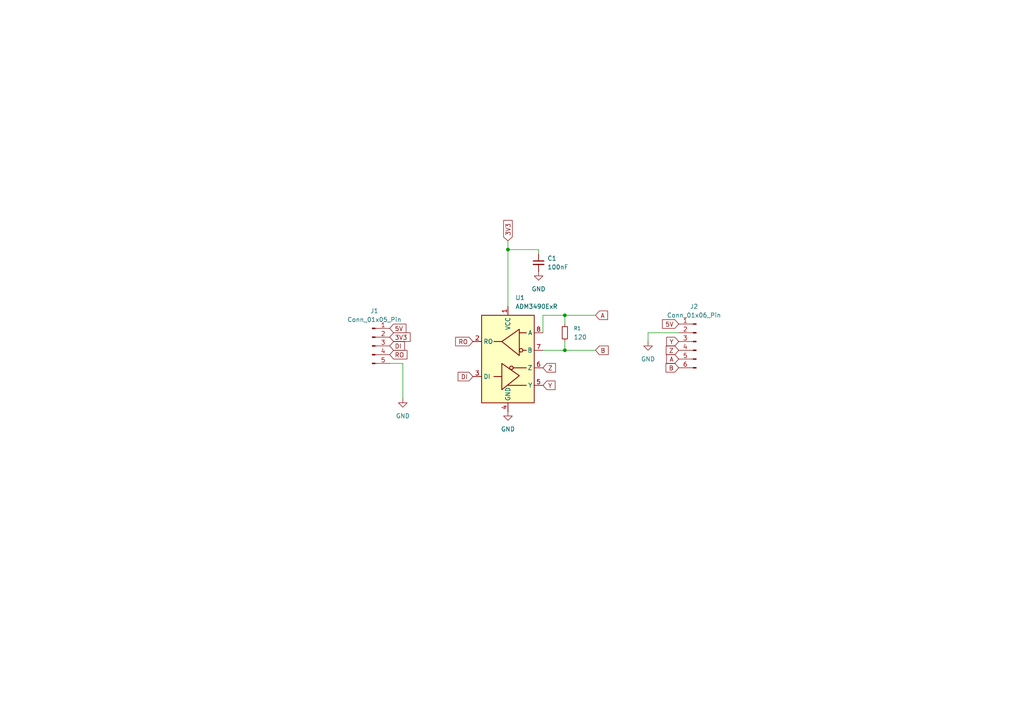
<source format=kicad_sch>
(kicad_sch
	(version 20250114)
	(generator "eeschema")
	(generator_version "9.0")
	(uuid "9a069c72-07e2-4a46-b768-1a075e2ff1d8")
	(paper "A4")
	(lib_symbols
		(symbol "Connector:Conn_01x05_Pin"
			(pin_names
				(offset 1.016)
				(hide yes)
			)
			(exclude_from_sim no)
			(in_bom yes)
			(on_board yes)
			(property "Reference" "J"
				(at 0 7.62 0)
				(effects
					(font
						(size 1.27 1.27)
					)
				)
			)
			(property "Value" "Conn_01x05_Pin"
				(at 0 -7.62 0)
				(effects
					(font
						(size 1.27 1.27)
					)
				)
			)
			(property "Footprint" ""
				(at 0 0 0)
				(effects
					(font
						(size 1.27 1.27)
					)
					(hide yes)
				)
			)
			(property "Datasheet" "~"
				(at 0 0 0)
				(effects
					(font
						(size 1.27 1.27)
					)
					(hide yes)
				)
			)
			(property "Description" "Generic connector, single row, 01x05, script generated"
				(at 0 0 0)
				(effects
					(font
						(size 1.27 1.27)
					)
					(hide yes)
				)
			)
			(property "ki_locked" ""
				(at 0 0 0)
				(effects
					(font
						(size 1.27 1.27)
					)
				)
			)
			(property "ki_keywords" "connector"
				(at 0 0 0)
				(effects
					(font
						(size 1.27 1.27)
					)
					(hide yes)
				)
			)
			(property "ki_fp_filters" "Connector*:*_1x??_*"
				(at 0 0 0)
				(effects
					(font
						(size 1.27 1.27)
					)
					(hide yes)
				)
			)
			(symbol "Conn_01x05_Pin_1_1"
				(rectangle
					(start 0.8636 5.207)
					(end 0 4.953)
					(stroke
						(width 0.1524)
						(type default)
					)
					(fill
						(type outline)
					)
				)
				(rectangle
					(start 0.8636 2.667)
					(end 0 2.413)
					(stroke
						(width 0.1524)
						(type default)
					)
					(fill
						(type outline)
					)
				)
				(rectangle
					(start 0.8636 0.127)
					(end 0 -0.127)
					(stroke
						(width 0.1524)
						(type default)
					)
					(fill
						(type outline)
					)
				)
				(rectangle
					(start 0.8636 -2.413)
					(end 0 -2.667)
					(stroke
						(width 0.1524)
						(type default)
					)
					(fill
						(type outline)
					)
				)
				(rectangle
					(start 0.8636 -4.953)
					(end 0 -5.207)
					(stroke
						(width 0.1524)
						(type default)
					)
					(fill
						(type outline)
					)
				)
				(polyline
					(pts
						(xy 1.27 5.08) (xy 0.8636 5.08)
					)
					(stroke
						(width 0.1524)
						(type default)
					)
					(fill
						(type none)
					)
				)
				(polyline
					(pts
						(xy 1.27 2.54) (xy 0.8636 2.54)
					)
					(stroke
						(width 0.1524)
						(type default)
					)
					(fill
						(type none)
					)
				)
				(polyline
					(pts
						(xy 1.27 0) (xy 0.8636 0)
					)
					(stroke
						(width 0.1524)
						(type default)
					)
					(fill
						(type none)
					)
				)
				(polyline
					(pts
						(xy 1.27 -2.54) (xy 0.8636 -2.54)
					)
					(stroke
						(width 0.1524)
						(type default)
					)
					(fill
						(type none)
					)
				)
				(polyline
					(pts
						(xy 1.27 -5.08) (xy 0.8636 -5.08)
					)
					(stroke
						(width 0.1524)
						(type default)
					)
					(fill
						(type none)
					)
				)
				(pin passive line
					(at 5.08 5.08 180)
					(length 3.81)
					(name "Pin_1"
						(effects
							(font
								(size 1.27 1.27)
							)
						)
					)
					(number "1"
						(effects
							(font
								(size 1.27 1.27)
							)
						)
					)
				)
				(pin passive line
					(at 5.08 2.54 180)
					(length 3.81)
					(name "Pin_2"
						(effects
							(font
								(size 1.27 1.27)
							)
						)
					)
					(number "2"
						(effects
							(font
								(size 1.27 1.27)
							)
						)
					)
				)
				(pin passive line
					(at 5.08 0 180)
					(length 3.81)
					(name "Pin_3"
						(effects
							(font
								(size 1.27 1.27)
							)
						)
					)
					(number "3"
						(effects
							(font
								(size 1.27 1.27)
							)
						)
					)
				)
				(pin passive line
					(at 5.08 -2.54 180)
					(length 3.81)
					(name "Pin_4"
						(effects
							(font
								(size 1.27 1.27)
							)
						)
					)
					(number "4"
						(effects
							(font
								(size 1.27 1.27)
							)
						)
					)
				)
				(pin passive line
					(at 5.08 -5.08 180)
					(length 3.81)
					(name "Pin_5"
						(effects
							(font
								(size 1.27 1.27)
							)
						)
					)
					(number "5"
						(effects
							(font
								(size 1.27 1.27)
							)
						)
					)
				)
			)
			(embedded_fonts no)
		)
		(symbol "Connector:Conn_01x06_Pin"
			(pin_names
				(offset 1.016)
				(hide yes)
			)
			(exclude_from_sim no)
			(in_bom yes)
			(on_board yes)
			(property "Reference" "J"
				(at 0 7.62 0)
				(effects
					(font
						(size 1.27 1.27)
					)
				)
			)
			(property "Value" "Conn_01x06_Pin"
				(at 0 -10.16 0)
				(effects
					(font
						(size 1.27 1.27)
					)
				)
			)
			(property "Footprint" ""
				(at 0 0 0)
				(effects
					(font
						(size 1.27 1.27)
					)
					(hide yes)
				)
			)
			(property "Datasheet" "~"
				(at 0 0 0)
				(effects
					(font
						(size 1.27 1.27)
					)
					(hide yes)
				)
			)
			(property "Description" "Generic connector, single row, 01x06, script generated"
				(at 0 0 0)
				(effects
					(font
						(size 1.27 1.27)
					)
					(hide yes)
				)
			)
			(property "ki_locked" ""
				(at 0 0 0)
				(effects
					(font
						(size 1.27 1.27)
					)
				)
			)
			(property "ki_keywords" "connector"
				(at 0 0 0)
				(effects
					(font
						(size 1.27 1.27)
					)
					(hide yes)
				)
			)
			(property "ki_fp_filters" "Connector*:*_1x??_*"
				(at 0 0 0)
				(effects
					(font
						(size 1.27 1.27)
					)
					(hide yes)
				)
			)
			(symbol "Conn_01x06_Pin_1_1"
				(rectangle
					(start 0.8636 5.207)
					(end 0 4.953)
					(stroke
						(width 0.1524)
						(type default)
					)
					(fill
						(type outline)
					)
				)
				(rectangle
					(start 0.8636 2.667)
					(end 0 2.413)
					(stroke
						(width 0.1524)
						(type default)
					)
					(fill
						(type outline)
					)
				)
				(rectangle
					(start 0.8636 0.127)
					(end 0 -0.127)
					(stroke
						(width 0.1524)
						(type default)
					)
					(fill
						(type outline)
					)
				)
				(rectangle
					(start 0.8636 -2.413)
					(end 0 -2.667)
					(stroke
						(width 0.1524)
						(type default)
					)
					(fill
						(type outline)
					)
				)
				(rectangle
					(start 0.8636 -4.953)
					(end 0 -5.207)
					(stroke
						(width 0.1524)
						(type default)
					)
					(fill
						(type outline)
					)
				)
				(rectangle
					(start 0.8636 -7.493)
					(end 0 -7.747)
					(stroke
						(width 0.1524)
						(type default)
					)
					(fill
						(type outline)
					)
				)
				(polyline
					(pts
						(xy 1.27 5.08) (xy 0.8636 5.08)
					)
					(stroke
						(width 0.1524)
						(type default)
					)
					(fill
						(type none)
					)
				)
				(polyline
					(pts
						(xy 1.27 2.54) (xy 0.8636 2.54)
					)
					(stroke
						(width 0.1524)
						(type default)
					)
					(fill
						(type none)
					)
				)
				(polyline
					(pts
						(xy 1.27 0) (xy 0.8636 0)
					)
					(stroke
						(width 0.1524)
						(type default)
					)
					(fill
						(type none)
					)
				)
				(polyline
					(pts
						(xy 1.27 -2.54) (xy 0.8636 -2.54)
					)
					(stroke
						(width 0.1524)
						(type default)
					)
					(fill
						(type none)
					)
				)
				(polyline
					(pts
						(xy 1.27 -5.08) (xy 0.8636 -5.08)
					)
					(stroke
						(width 0.1524)
						(type default)
					)
					(fill
						(type none)
					)
				)
				(polyline
					(pts
						(xy 1.27 -7.62) (xy 0.8636 -7.62)
					)
					(stroke
						(width 0.1524)
						(type default)
					)
					(fill
						(type none)
					)
				)
				(pin passive line
					(at 5.08 5.08 180)
					(length 3.81)
					(name "Pin_1"
						(effects
							(font
								(size 1.27 1.27)
							)
						)
					)
					(number "1"
						(effects
							(font
								(size 1.27 1.27)
							)
						)
					)
				)
				(pin passive line
					(at 5.08 2.54 180)
					(length 3.81)
					(name "Pin_2"
						(effects
							(font
								(size 1.27 1.27)
							)
						)
					)
					(number "2"
						(effects
							(font
								(size 1.27 1.27)
							)
						)
					)
				)
				(pin passive line
					(at 5.08 0 180)
					(length 3.81)
					(name "Pin_3"
						(effects
							(font
								(size 1.27 1.27)
							)
						)
					)
					(number "3"
						(effects
							(font
								(size 1.27 1.27)
							)
						)
					)
				)
				(pin passive line
					(at 5.08 -2.54 180)
					(length 3.81)
					(name "Pin_4"
						(effects
							(font
								(size 1.27 1.27)
							)
						)
					)
					(number "4"
						(effects
							(font
								(size 1.27 1.27)
							)
						)
					)
				)
				(pin passive line
					(at 5.08 -5.08 180)
					(length 3.81)
					(name "Pin_5"
						(effects
							(font
								(size 1.27 1.27)
							)
						)
					)
					(number "5"
						(effects
							(font
								(size 1.27 1.27)
							)
						)
					)
				)
				(pin passive line
					(at 5.08 -7.62 180)
					(length 3.81)
					(name "Pin_6"
						(effects
							(font
								(size 1.27 1.27)
							)
						)
					)
					(number "6"
						(effects
							(font
								(size 1.27 1.27)
							)
						)
					)
				)
			)
			(embedded_fonts no)
		)
		(symbol "Device:C_Small"
			(pin_numbers
				(hide yes)
			)
			(pin_names
				(offset 0.254)
				(hide yes)
			)
			(exclude_from_sim no)
			(in_bom yes)
			(on_board yes)
			(property "Reference" "C"
				(at 0.254 1.778 0)
				(effects
					(font
						(size 1.27 1.27)
					)
					(justify left)
				)
			)
			(property "Value" "C_Small"
				(at 0.254 -2.032 0)
				(effects
					(font
						(size 1.27 1.27)
					)
					(justify left)
				)
			)
			(property "Footprint" ""
				(at 0 0 0)
				(effects
					(font
						(size 1.27 1.27)
					)
					(hide yes)
				)
			)
			(property "Datasheet" "~"
				(at 0 0 0)
				(effects
					(font
						(size 1.27 1.27)
					)
					(hide yes)
				)
			)
			(property "Description" "Unpolarized capacitor, small symbol"
				(at 0 0 0)
				(effects
					(font
						(size 1.27 1.27)
					)
					(hide yes)
				)
			)
			(property "ki_keywords" "capacitor cap"
				(at 0 0 0)
				(effects
					(font
						(size 1.27 1.27)
					)
					(hide yes)
				)
			)
			(property "ki_fp_filters" "C_*"
				(at 0 0 0)
				(effects
					(font
						(size 1.27 1.27)
					)
					(hide yes)
				)
			)
			(symbol "C_Small_0_1"
				(polyline
					(pts
						(xy -1.524 0.508) (xy 1.524 0.508)
					)
					(stroke
						(width 0.3048)
						(type default)
					)
					(fill
						(type none)
					)
				)
				(polyline
					(pts
						(xy -1.524 -0.508) (xy 1.524 -0.508)
					)
					(stroke
						(width 0.3302)
						(type default)
					)
					(fill
						(type none)
					)
				)
			)
			(symbol "C_Small_1_1"
				(pin passive line
					(at 0 2.54 270)
					(length 2.032)
					(name "~"
						(effects
							(font
								(size 1.27 1.27)
							)
						)
					)
					(number "1"
						(effects
							(font
								(size 1.27 1.27)
							)
						)
					)
				)
				(pin passive line
					(at 0 -2.54 90)
					(length 2.032)
					(name "~"
						(effects
							(font
								(size 1.27 1.27)
							)
						)
					)
					(number "2"
						(effects
							(font
								(size 1.27 1.27)
							)
						)
					)
				)
			)
			(embedded_fonts no)
		)
		(symbol "Device:R_Small"
			(pin_numbers
				(hide yes)
			)
			(pin_names
				(offset 0.254)
				(hide yes)
			)
			(exclude_from_sim no)
			(in_bom yes)
			(on_board yes)
			(property "Reference" "R"
				(at 0 0 90)
				(effects
					(font
						(size 1.016 1.016)
					)
				)
			)
			(property "Value" "R_Small"
				(at 1.778 0 90)
				(effects
					(font
						(size 1.27 1.27)
					)
				)
			)
			(property "Footprint" ""
				(at 0 0 0)
				(effects
					(font
						(size 1.27 1.27)
					)
					(hide yes)
				)
			)
			(property "Datasheet" "~"
				(at 0 0 0)
				(effects
					(font
						(size 1.27 1.27)
					)
					(hide yes)
				)
			)
			(property "Description" "Resistor, small symbol"
				(at 0 0 0)
				(effects
					(font
						(size 1.27 1.27)
					)
					(hide yes)
				)
			)
			(property "ki_keywords" "R resistor"
				(at 0 0 0)
				(effects
					(font
						(size 1.27 1.27)
					)
					(hide yes)
				)
			)
			(property "ki_fp_filters" "R_*"
				(at 0 0 0)
				(effects
					(font
						(size 1.27 1.27)
					)
					(hide yes)
				)
			)
			(symbol "R_Small_0_1"
				(rectangle
					(start -0.762 1.778)
					(end 0.762 -1.778)
					(stroke
						(width 0.2032)
						(type default)
					)
					(fill
						(type none)
					)
				)
			)
			(symbol "R_Small_1_1"
				(pin passive line
					(at 0 2.54 270)
					(length 0.762)
					(name "~"
						(effects
							(font
								(size 1.27 1.27)
							)
						)
					)
					(number "1"
						(effects
							(font
								(size 1.27 1.27)
							)
						)
					)
				)
				(pin passive line
					(at 0 -2.54 90)
					(length 0.762)
					(name "~"
						(effects
							(font
								(size 1.27 1.27)
							)
						)
					)
					(number "2"
						(effects
							(font
								(size 1.27 1.27)
							)
						)
					)
				)
			)
			(embedded_fonts no)
		)
		(symbol "Interface_UART:ADM3490ExR"
			(exclude_from_sim no)
			(in_bom yes)
			(on_board yes)
			(property "Reference" "U"
				(at -7.62 13.97 0)
				(effects
					(font
						(size 1.27 1.27)
					)
				)
			)
			(property "Value" "ADM3490ExR"
				(at 7.62 13.97 0)
				(effects
					(font
						(size 1.27 1.27)
					)
				)
			)
			(property "Footprint" "Package_SO:SOIC-8_3.9x4.9mm_P1.27mm"
				(at 0 -22.86 0)
				(effects
					(font
						(size 1.27 1.27)
					)
					(hide yes)
				)
			)
			(property "Datasheet" "https://www.analog.com/media/en/technical-documentation/data-sheets/ADM3483E_3486E_3488E_3490E_3491E.pdf"
				(at -12.7 2.54 0)
				(effects
					(font
						(size 1.27 1.27)
					)
					(hide yes)
				)
			)
			(property "Description" "RS-485, RS-422 full duplex 12 Mbps transceiver, SOIC-8"
				(at 0 0 0)
				(effects
					(font
						(size 1.27 1.27)
					)
					(hide yes)
				)
			)
			(property "ki_keywords" "RS485 RS422 transceiver full duplex"
				(at 0 0 0)
				(effects
					(font
						(size 1.27 1.27)
					)
					(hide yes)
				)
			)
			(property "ki_fp_filters" "SOIC*3.9x4.9mm*P1.27mm*"
				(at 0 0 0)
				(effects
					(font
						(size 1.27 1.27)
					)
					(hide yes)
				)
			)
			(symbol "ADM3490ExR_0_1"
				(rectangle
					(start -7.62 12.7)
					(end 7.62 -12.7)
					(stroke
						(width 0.254)
						(type default)
					)
					(fill
						(type background)
					)
				)
				(polyline
					(pts
						(xy -1.778 5.08) (xy -4.064 5.08)
					)
					(stroke
						(width 0.254)
						(type default)
					)
					(fill
						(type none)
					)
				)
				(polyline
					(pts
						(xy -1.778 -5.08) (xy -4.064 -5.08)
					)
					(stroke
						(width 0.254)
						(type default)
					)
					(fill
						(type none)
					)
				)
				(polyline
					(pts
						(xy -1.778 -5.08) (xy -1.778 -1.27) (xy 3.302 -4.826) (xy -1.778 -8.89) (xy -1.778 -5.08)
					)
					(stroke
						(width 0.254)
						(type default)
					)
					(fill
						(type none)
					)
				)
				(polyline
					(pts
						(xy 0 -7.62) (xy 5.334 -7.62)
					)
					(stroke
						(width 0.254)
						(type default)
					)
					(fill
						(type none)
					)
				)
				(circle
					(center 1.016 -2.54)
					(radius 0.508)
					(stroke
						(width 0.254)
						(type default)
					)
					(fill
						(type none)
					)
				)
				(polyline
					(pts
						(xy 1.524 -2.54) (xy 5.334 -2.54)
					)
					(stroke
						(width 0.254)
						(type default)
					)
					(fill
						(type none)
					)
				)
				(polyline
					(pts
						(xy 3.302 7.62) (xy 5.334 7.62)
					)
					(stroke
						(width 0.254)
						(type default)
					)
					(fill
						(type none)
					)
				)
				(polyline
					(pts
						(xy 4.318 2.54) (xy 5.334 2.54)
					)
					(stroke
						(width 0.254)
						(type default)
					)
					(fill
						(type none)
					)
				)
			)
			(symbol "ADM3490ExR_1_1"
				(polyline
					(pts
						(xy 3.302 4.826) (xy 3.302 8.636) (xy -1.778 5.08) (xy 3.302 1.016) (xy 3.302 4.826)
					)
					(stroke
						(width 0.254)
						(type default)
					)
					(fill
						(type none)
					)
				)
				(circle
					(center 3.81 2.54)
					(radius 0.508)
					(stroke
						(width 0.254)
						(type default)
					)
					(fill
						(type none)
					)
				)
				(pin output line
					(at -10.16 5.08 0)
					(length 2.54)
					(name "RO"
						(effects
							(font
								(size 1.27 1.27)
							)
						)
					)
					(number "2"
						(effects
							(font
								(size 1.27 1.27)
							)
						)
					)
				)
				(pin input line
					(at -10.16 -5.08 0)
					(length 2.54)
					(name "DI"
						(effects
							(font
								(size 1.27 1.27)
							)
						)
					)
					(number "3"
						(effects
							(font
								(size 1.27 1.27)
							)
						)
					)
				)
				(pin power_in line
					(at 0 15.24 270)
					(length 2.54)
					(name "VCC"
						(effects
							(font
								(size 1.27 1.27)
							)
						)
					)
					(number "1"
						(effects
							(font
								(size 1.27 1.27)
							)
						)
					)
				)
				(pin power_in line
					(at 0 -15.24 90)
					(length 2.54)
					(name "GND"
						(effects
							(font
								(size 1.27 1.27)
							)
						)
					)
					(number "4"
						(effects
							(font
								(size 1.27 1.27)
							)
						)
					)
				)
				(pin input line
					(at 10.16 7.62 180)
					(length 2.54)
					(name "A"
						(effects
							(font
								(size 1.27 1.27)
							)
						)
					)
					(number "8"
						(effects
							(font
								(size 1.27 1.27)
							)
						)
					)
				)
				(pin input line
					(at 10.16 2.54 180)
					(length 2.54)
					(name "B"
						(effects
							(font
								(size 1.27 1.27)
							)
						)
					)
					(number "7"
						(effects
							(font
								(size 1.27 1.27)
							)
						)
					)
				)
				(pin output line
					(at 10.16 -2.54 180)
					(length 2.54)
					(name "Z"
						(effects
							(font
								(size 1.27 1.27)
							)
						)
					)
					(number "6"
						(effects
							(font
								(size 1.27 1.27)
							)
						)
					)
				)
				(pin output line
					(at 10.16 -7.62 180)
					(length 2.54)
					(name "Y"
						(effects
							(font
								(size 1.27 1.27)
							)
						)
					)
					(number "5"
						(effects
							(font
								(size 1.27 1.27)
							)
						)
					)
				)
			)
			(embedded_fonts no)
		)
		(symbol "power:GND"
			(power)
			(pin_numbers
				(hide yes)
			)
			(pin_names
				(offset 0)
				(hide yes)
			)
			(exclude_from_sim no)
			(in_bom yes)
			(on_board yes)
			(property "Reference" "#PWR"
				(at 0 -6.35 0)
				(effects
					(font
						(size 1.27 1.27)
					)
					(hide yes)
				)
			)
			(property "Value" "GND"
				(at 0 -3.81 0)
				(effects
					(font
						(size 1.27 1.27)
					)
				)
			)
			(property "Footprint" ""
				(at 0 0 0)
				(effects
					(font
						(size 1.27 1.27)
					)
					(hide yes)
				)
			)
			(property "Datasheet" ""
				(at 0 0 0)
				(effects
					(font
						(size 1.27 1.27)
					)
					(hide yes)
				)
			)
			(property "Description" "Power symbol creates a global label with name \"GND\" , ground"
				(at 0 0 0)
				(effects
					(font
						(size 1.27 1.27)
					)
					(hide yes)
				)
			)
			(property "ki_keywords" "global power"
				(at 0 0 0)
				(effects
					(font
						(size 1.27 1.27)
					)
					(hide yes)
				)
			)
			(symbol "GND_0_1"
				(polyline
					(pts
						(xy 0 0) (xy 0 -1.27) (xy 1.27 -1.27) (xy 0 -2.54) (xy -1.27 -1.27) (xy 0 -1.27)
					)
					(stroke
						(width 0)
						(type default)
					)
					(fill
						(type none)
					)
				)
			)
			(symbol "GND_1_1"
				(pin power_in line
					(at 0 0 270)
					(length 0)
					(name "~"
						(effects
							(font
								(size 1.27 1.27)
							)
						)
					)
					(number "1"
						(effects
							(font
								(size 1.27 1.27)
							)
						)
					)
				)
			)
			(embedded_fonts no)
		)
	)
	(junction
		(at 163.83 91.44)
		(diameter 0)
		(color 0 0 0 0)
		(uuid "54b42f8a-db76-4843-a7d9-b89fd9f929c6")
	)
	(junction
		(at 163.83 101.6)
		(diameter 0)
		(color 0 0 0 0)
		(uuid "7b846f91-022a-45cf-bd84-65663acd25f8")
	)
	(junction
		(at 147.32 72.39)
		(diameter 0)
		(color 0 0 0 0)
		(uuid "9d9dba70-d2bb-4cbe-8eda-e9ce0cf43d5c")
	)
	(wire
		(pts
			(xy 163.83 91.44) (xy 163.83 93.98)
		)
		(stroke
			(width 0)
			(type default)
		)
		(uuid "128832b8-2d11-4104-ab9c-7abe87d7240a")
	)
	(wire
		(pts
			(xy 147.32 72.39) (xy 156.21 72.39)
		)
		(stroke
			(width 0)
			(type default)
		)
		(uuid "184b5403-5d52-4dfa-be6c-12c96566ea84")
	)
	(wire
		(pts
			(xy 113.03 105.41) (xy 116.84 105.41)
		)
		(stroke
			(width 0)
			(type default)
		)
		(uuid "2a4f2a37-6b55-44d0-903a-8a33974e78e2")
	)
	(wire
		(pts
			(xy 163.83 91.44) (xy 157.48 91.44)
		)
		(stroke
			(width 0)
			(type default)
		)
		(uuid "46c34a16-b4ec-436b-b39f-f4f738ed590a")
	)
	(wire
		(pts
			(xy 157.48 91.44) (xy 157.48 96.52)
		)
		(stroke
			(width 0)
			(type default)
		)
		(uuid "4b87ebe9-f577-494a-9104-0646923ca08d")
	)
	(wire
		(pts
			(xy 163.83 99.06) (xy 163.83 101.6)
		)
		(stroke
			(width 0)
			(type default)
		)
		(uuid "60fafbbd-3a95-4f37-ab88-eabfdae042b5")
	)
	(wire
		(pts
			(xy 187.96 96.52) (xy 196.85 96.52)
		)
		(stroke
			(width 0)
			(type default)
		)
		(uuid "9418f266-1eae-4202-895a-59c548c46d1c")
	)
	(wire
		(pts
			(xy 172.72 91.44) (xy 163.83 91.44)
		)
		(stroke
			(width 0)
			(type default)
		)
		(uuid "bad11273-770d-4231-9cfc-70bde4394646")
	)
	(wire
		(pts
			(xy 172.72 101.6) (xy 163.83 101.6)
		)
		(stroke
			(width 0)
			(type default)
		)
		(uuid "ca0680e8-18b5-4185-a366-cae7328dc041")
	)
	(wire
		(pts
			(xy 116.84 115.57) (xy 116.84 105.41)
		)
		(stroke
			(width 0)
			(type default)
		)
		(uuid "d0ca2270-b202-45ce-8e66-f3f2f7345a55")
	)
	(wire
		(pts
			(xy 156.21 72.39) (xy 156.21 73.66)
		)
		(stroke
			(width 0)
			(type default)
		)
		(uuid "dbab3d17-05bc-478a-a307-38e1ce86bf11")
	)
	(wire
		(pts
			(xy 187.96 96.52) (xy 187.96 99.06)
		)
		(stroke
			(width 0)
			(type default)
		)
		(uuid "e6cfedf8-65a4-4783-b69b-4c8b5597c0ac")
	)
	(wire
		(pts
			(xy 147.32 72.39) (xy 147.32 88.9)
		)
		(stroke
			(width 0)
			(type default)
		)
		(uuid "ec5be149-5485-4e8b-ba81-d1e2acbbd6f8")
	)
	(wire
		(pts
			(xy 163.83 101.6) (xy 157.48 101.6)
		)
		(stroke
			(width 0)
			(type default)
		)
		(uuid "fa41e152-e003-4c44-af8c-a054a5f9e742")
	)
	(wire
		(pts
			(xy 147.32 69.85) (xy 147.32 72.39)
		)
		(stroke
			(width 0)
			(type default)
		)
		(uuid "ffdb5635-69eb-43d6-9fcd-ce61d3bb5ba9")
	)
	(global_label "Z"
		(shape input)
		(at 157.48 106.68 0)
		(fields_autoplaced yes)
		(effects
			(font
				(size 1.27 1.27)
			)
			(justify left)
		)
		(uuid "0bdafcdf-3a11-49c5-9bda-f72633712e2b")
		(property "Intersheetrefs" "${INTERSHEET_REFS}"
			(at 161.6747 106.68 0)
			(effects
				(font
					(size 1.27 1.27)
				)
				(justify left)
				(hide yes)
			)
		)
	)
	(global_label "Y"
		(shape input)
		(at 157.48 111.76 0)
		(fields_autoplaced yes)
		(effects
			(font
				(size 1.27 1.27)
			)
			(justify left)
		)
		(uuid "2b7f574d-267a-460e-9699-aca8c770ec5f")
		(property "Intersheetrefs" "${INTERSHEET_REFS}"
			(at 161.5538 111.76 0)
			(effects
				(font
					(size 1.27 1.27)
				)
				(justify left)
				(hide yes)
			)
		)
	)
	(global_label "DI"
		(shape input)
		(at 137.16 109.22 180)
		(fields_autoplaced yes)
		(effects
			(font
				(size 1.27 1.27)
			)
			(justify right)
		)
		(uuid "420c51ff-462c-4ec5-b557-6c1feda6be1a")
		(property "Intersheetrefs" "${INTERSHEET_REFS}"
			(at 132.3 109.22 0)
			(effects
				(font
					(size 1.27 1.27)
				)
				(justify right)
				(hide yes)
			)
		)
	)
	(global_label "B"
		(shape input)
		(at 172.72 101.6 0)
		(fields_autoplaced yes)
		(effects
			(font
				(size 1.27 1.27)
			)
			(justify left)
		)
		(uuid "44eae3fb-7250-4528-a3af-35c951d13359")
		(property "Intersheetrefs" "${INTERSHEET_REFS}"
			(at 176.9752 101.6 0)
			(effects
				(font
					(size 1.27 1.27)
				)
				(justify left)
				(hide yes)
			)
		)
	)
	(global_label "DI"
		(shape input)
		(at 113.03 100.33 0)
		(fields_autoplaced yes)
		(effects
			(font
				(size 1.27 1.27)
			)
			(justify left)
		)
		(uuid "691a3f37-e50f-4fef-b34d-ad9e25b4d519")
		(property "Intersheetrefs" "${INTERSHEET_REFS}"
			(at 117.89 100.33 0)
			(effects
				(font
					(size 1.27 1.27)
				)
				(justify left)
				(hide yes)
			)
		)
	)
	(global_label "Y"
		(shape input)
		(at 196.85 99.06 180)
		(fields_autoplaced yes)
		(effects
			(font
				(size 1.27 1.27)
			)
			(justify right)
		)
		(uuid "6de25a1b-4144-4461-9be9-51c21b02c214")
		(property "Intersheetrefs" "${INTERSHEET_REFS}"
			(at 192.7762 99.06 0)
			(effects
				(font
					(size 1.27 1.27)
				)
				(justify right)
				(hide yes)
			)
		)
	)
	(global_label "3V3"
		(shape input)
		(at 147.32 69.85 90)
		(fields_autoplaced yes)
		(effects
			(font
				(size 1.27 1.27)
			)
			(justify left)
		)
		(uuid "8496478a-f5bd-4127-a092-b5d5980ec9b7")
		(property "Intersheetrefs" "${INTERSHEET_REFS}"
			(at 147.32 63.3572 90)
			(effects
				(font
					(size 1.27 1.27)
				)
				(justify left)
				(hide yes)
			)
		)
	)
	(global_label "A"
		(shape input)
		(at 196.85 104.14 180)
		(fields_autoplaced yes)
		(effects
			(font
				(size 1.27 1.27)
			)
			(justify right)
		)
		(uuid "84b4885b-eeb3-42d7-9b31-760211886723")
		(property "Intersheetrefs" "${INTERSHEET_REFS}"
			(at 192.7762 104.14 0)
			(effects
				(font
					(size 1.27 1.27)
				)
				(justify right)
				(hide yes)
			)
		)
	)
	(global_label "Z"
		(shape input)
		(at 196.85 101.6 180)
		(fields_autoplaced yes)
		(effects
			(font
				(size 1.27 1.27)
			)
			(justify right)
		)
		(uuid "97c861c8-cf19-4dac-91f6-a18448a8215a")
		(property "Intersheetrefs" "${INTERSHEET_REFS}"
			(at 192.6553 101.6 0)
			(effects
				(font
					(size 1.27 1.27)
				)
				(justify right)
				(hide yes)
			)
		)
	)
	(global_label "RO"
		(shape input)
		(at 137.16 99.06 180)
		(fields_autoplaced yes)
		(effects
			(font
				(size 1.27 1.27)
			)
			(justify right)
		)
		(uuid "b022ad2b-c650-42a6-8b12-2ab47734deec")
		(property "Intersheetrefs" "${INTERSHEET_REFS}"
			(at 131.5743 99.06 0)
			(effects
				(font
					(size 1.27 1.27)
				)
				(justify right)
				(hide yes)
			)
		)
	)
	(global_label "A"
		(shape input)
		(at 172.72 91.44 0)
		(fields_autoplaced yes)
		(effects
			(font
				(size 1.27 1.27)
			)
			(justify left)
		)
		(uuid "cf12aefd-d2d0-4c76-92d3-f49c93f8a142")
		(property "Intersheetrefs" "${INTERSHEET_REFS}"
			(at 176.7938 91.44 0)
			(effects
				(font
					(size 1.27 1.27)
				)
				(justify left)
				(hide yes)
			)
		)
	)
	(global_label "5V"
		(shape input)
		(at 113.03 95.25 0)
		(fields_autoplaced yes)
		(effects
			(font
				(size 1.27 1.27)
			)
			(justify left)
		)
		(uuid "e5195b66-62e5-4bb6-bd45-a140116e5d37")
		(property "Intersheetrefs" "${INTERSHEET_REFS}"
			(at 118.3133 95.25 0)
			(effects
				(font
					(size 1.27 1.27)
				)
				(justify left)
				(hide yes)
			)
		)
	)
	(global_label "RO"
		(shape input)
		(at 113.03 102.87 0)
		(fields_autoplaced yes)
		(effects
			(font
				(size 1.27 1.27)
			)
			(justify left)
		)
		(uuid "e86f36a1-9126-4fa7-8ce7-1f33f7748dd9")
		(property "Intersheetrefs" "${INTERSHEET_REFS}"
			(at 118.6157 102.87 0)
			(effects
				(font
					(size 1.27 1.27)
				)
				(justify left)
				(hide yes)
			)
		)
	)
	(global_label "B"
		(shape input)
		(at 196.85 106.68 180)
		(fields_autoplaced yes)
		(effects
			(font
				(size 1.27 1.27)
			)
			(justify right)
		)
		(uuid "f1f4609a-8dad-4e58-92c4-f6178db3686c")
		(property "Intersheetrefs" "${INTERSHEET_REFS}"
			(at 192.5948 106.68 0)
			(effects
				(font
					(size 1.27 1.27)
				)
				(justify right)
				(hide yes)
			)
		)
	)
	(global_label "3V3"
		(shape input)
		(at 113.03 97.79 0)
		(fields_autoplaced yes)
		(effects
			(font
				(size 1.27 1.27)
			)
			(justify left)
		)
		(uuid "faedb34b-ded9-477c-85e8-7624304f89ba")
		(property "Intersheetrefs" "${INTERSHEET_REFS}"
			(at 119.5228 97.79 0)
			(effects
				(font
					(size 1.27 1.27)
				)
				(justify left)
				(hide yes)
			)
		)
	)
	(global_label "5V"
		(shape input)
		(at 196.85 93.98 180)
		(fields_autoplaced yes)
		(effects
			(font
				(size 1.27 1.27)
			)
			(justify right)
		)
		(uuid "fb4c2cf3-f1f9-49e9-9c93-d2db22ce4217")
		(property "Intersheetrefs" "${INTERSHEET_REFS}"
			(at 191.5667 93.98 0)
			(effects
				(font
					(size 1.27 1.27)
				)
				(justify right)
				(hide yes)
			)
		)
	)
	(symbol
		(lib_id "power:GND")
		(at 147.32 119.38 0)
		(unit 1)
		(exclude_from_sim no)
		(in_bom yes)
		(on_board yes)
		(dnp no)
		(fields_autoplaced yes)
		(uuid "02551fc5-e6f8-4e88-8298-3acd25d6838b")
		(property "Reference" "#PWR02"
			(at 147.32 125.73 0)
			(effects
				(font
					(size 1.27 1.27)
				)
				(hide yes)
			)
		)
		(property "Value" "GND"
			(at 147.32 124.46 0)
			(effects
				(font
					(size 1.27 1.27)
				)
			)
		)
		(property "Footprint" ""
			(at 147.32 119.38 0)
			(effects
				(font
					(size 1.27 1.27)
				)
				(hide yes)
			)
		)
		(property "Datasheet" ""
			(at 147.32 119.38 0)
			(effects
				(font
					(size 1.27 1.27)
				)
				(hide yes)
			)
		)
		(property "Description" "Power symbol creates a global label with name \"GND\" , ground"
			(at 147.32 119.38 0)
			(effects
				(font
					(size 1.27 1.27)
				)
				(hide yes)
			)
		)
		(pin "1"
			(uuid "6302b961-2002-4b12-bfbc-dbabd447cf55")
		)
		(instances
			(project "rs422-transceiver"
				(path "/9a069c72-07e2-4a46-b768-1a075e2ff1d8"
					(reference "#PWR02")
					(unit 1)
				)
			)
		)
	)
	(symbol
		(lib_id "power:GND")
		(at 156.21 78.74 0)
		(unit 1)
		(exclude_from_sim no)
		(in_bom yes)
		(on_board yes)
		(dnp no)
		(fields_autoplaced yes)
		(uuid "08c78b10-4a8e-4af4-862a-c9515169e259")
		(property "Reference" "#PWR03"
			(at 156.21 85.09 0)
			(effects
				(font
					(size 1.27 1.27)
				)
				(hide yes)
			)
		)
		(property "Value" "GND"
			(at 156.21 83.82 0)
			(effects
				(font
					(size 1.27 1.27)
				)
			)
		)
		(property "Footprint" ""
			(at 156.21 78.74 0)
			(effects
				(font
					(size 1.27 1.27)
				)
				(hide yes)
			)
		)
		(property "Datasheet" ""
			(at 156.21 78.74 0)
			(effects
				(font
					(size 1.27 1.27)
				)
				(hide yes)
			)
		)
		(property "Description" "Power symbol creates a global label with name \"GND\" , ground"
			(at 156.21 78.74 0)
			(effects
				(font
					(size 1.27 1.27)
				)
				(hide yes)
			)
		)
		(pin "1"
			(uuid "ee45abb6-5f99-4fca-9b21-11a10760ed46")
		)
		(instances
			(project "rs422-transceiver"
				(path "/9a069c72-07e2-4a46-b768-1a075e2ff1d8"
					(reference "#PWR03")
					(unit 1)
				)
			)
		)
	)
	(symbol
		(lib_id "power:GND")
		(at 187.96 99.06 0)
		(unit 1)
		(exclude_from_sim no)
		(in_bom yes)
		(on_board yes)
		(dnp no)
		(fields_autoplaced yes)
		(uuid "399e6a2e-cba6-4b76-8fb3-05eed4d945f6")
		(property "Reference" "#PWR04"
			(at 187.96 105.41 0)
			(effects
				(font
					(size 1.27 1.27)
				)
				(hide yes)
			)
		)
		(property "Value" "GND"
			(at 187.96 104.14 0)
			(effects
				(font
					(size 1.27 1.27)
				)
			)
		)
		(property "Footprint" ""
			(at 187.96 99.06 0)
			(effects
				(font
					(size 1.27 1.27)
				)
				(hide yes)
			)
		)
		(property "Datasheet" ""
			(at 187.96 99.06 0)
			(effects
				(font
					(size 1.27 1.27)
				)
				(hide yes)
			)
		)
		(property "Description" "Power symbol creates a global label with name \"GND\" , ground"
			(at 187.96 99.06 0)
			(effects
				(font
					(size 1.27 1.27)
				)
				(hide yes)
			)
		)
		(pin "1"
			(uuid "a2f902dd-d509-4243-b5e2-04188211d417")
		)
		(instances
			(project "rs422-transceiver"
				(path "/9a069c72-07e2-4a46-b768-1a075e2ff1d8"
					(reference "#PWR04")
					(unit 1)
				)
			)
		)
	)
	(symbol
		(lib_id "Connector:Conn_01x06_Pin")
		(at 201.93 99.06 0)
		(mirror y)
		(unit 1)
		(exclude_from_sim no)
		(in_bom yes)
		(on_board yes)
		(dnp no)
		(uuid "41124383-ab76-4b82-94ec-0144640fd82d")
		(property "Reference" "J2"
			(at 201.295 88.9 0)
			(effects
				(font
					(size 1.27 1.27)
				)
			)
		)
		(property "Value" "Conn_01x06_Pin"
			(at 201.295 91.44 0)
			(effects
				(font
					(size 1.27 1.27)
				)
			)
		)
		(property "Footprint" "Connector_PinHeader_2.54mm:PinHeader_1x06_P2.54mm_Vertical"
			(at 201.93 99.06 0)
			(effects
				(font
					(size 1.27 1.27)
				)
				(hide yes)
			)
		)
		(property "Datasheet" "~"
			(at 201.93 99.06 0)
			(effects
				(font
					(size 1.27 1.27)
				)
				(hide yes)
			)
		)
		(property "Description" "Generic connector, single row, 01x06, script generated"
			(at 201.93 99.06 0)
			(effects
				(font
					(size 1.27 1.27)
				)
				(hide yes)
			)
		)
		(pin "1"
			(uuid "9ae93f4d-e7b0-45ae-8a96-fd7b0e495816")
		)
		(pin "6"
			(uuid "379fdef8-3fa4-4c70-84c6-d6120f6aafab")
		)
		(pin "2"
			(uuid "05ae69b4-3068-4247-b197-6d34a801086b")
		)
		(pin "5"
			(uuid "cbc97983-6fbf-4251-8d06-251f953bcb79")
		)
		(pin "4"
			(uuid "e9557c85-f522-4b97-b90c-6d2cce473aac")
		)
		(pin "3"
			(uuid "c7ca0bfc-9a6f-493e-9b8d-27bb3f807843")
		)
		(instances
			(project ""
				(path "/9a069c72-07e2-4a46-b768-1a075e2ff1d8"
					(reference "J2")
					(unit 1)
				)
			)
		)
	)
	(symbol
		(lib_id "power:GND")
		(at 116.84 115.57 0)
		(unit 1)
		(exclude_from_sim no)
		(in_bom yes)
		(on_board yes)
		(dnp no)
		(fields_autoplaced yes)
		(uuid "458eca2a-daf9-4166-8c19-465c1e960752")
		(property "Reference" "#PWR01"
			(at 116.84 121.92 0)
			(effects
				(font
					(size 1.27 1.27)
				)
				(hide yes)
			)
		)
		(property "Value" "GND"
			(at 116.84 120.65 0)
			(effects
				(font
					(size 1.27 1.27)
				)
			)
		)
		(property "Footprint" ""
			(at 116.84 115.57 0)
			(effects
				(font
					(size 1.27 1.27)
				)
				(hide yes)
			)
		)
		(property "Datasheet" ""
			(at 116.84 115.57 0)
			(effects
				(font
					(size 1.27 1.27)
				)
				(hide yes)
			)
		)
		(property "Description" "Power symbol creates a global label with name \"GND\" , ground"
			(at 116.84 115.57 0)
			(effects
				(font
					(size 1.27 1.27)
				)
				(hide yes)
			)
		)
		(pin "1"
			(uuid "efafd9af-f631-4570-be46-7bc3f3662246")
		)
		(instances
			(project ""
				(path "/9a069c72-07e2-4a46-b768-1a075e2ff1d8"
					(reference "#PWR01")
					(unit 1)
				)
			)
		)
	)
	(symbol
		(lib_id "Device:C_Small")
		(at 156.21 76.2 0)
		(unit 1)
		(exclude_from_sim no)
		(in_bom yes)
		(on_board yes)
		(dnp no)
		(fields_autoplaced yes)
		(uuid "63790a30-a8ee-4b06-9c45-e91052e19a4c")
		(property "Reference" "C1"
			(at 158.75 74.9362 0)
			(effects
				(font
					(size 1.27 1.27)
				)
				(justify left)
			)
		)
		(property "Value" "100nF"
			(at 158.75 77.4762 0)
			(effects
				(font
					(size 1.27 1.27)
				)
				(justify left)
			)
		)
		(property "Footprint" "Capacitor_SMD:C_0603_1608Metric"
			(at 156.21 76.2 0)
			(effects
				(font
					(size 1.27 1.27)
				)
				(hide yes)
			)
		)
		(property "Datasheet" "~"
			(at 156.21 76.2 0)
			(effects
				(font
					(size 1.27 1.27)
				)
				(hide yes)
			)
		)
		(property "Description" "Unpolarized capacitor, small symbol"
			(at 156.21 76.2 0)
			(effects
				(font
					(size 1.27 1.27)
				)
				(hide yes)
			)
		)
		(pin "2"
			(uuid "b4931a4f-53a6-44a0-97a0-3a3ac078ed18")
		)
		(pin "1"
			(uuid "4bf438f1-dcec-4304-b399-6f6de9f46ddb")
		)
		(instances
			(project ""
				(path "/9a069c72-07e2-4a46-b768-1a075e2ff1d8"
					(reference "C1")
					(unit 1)
				)
			)
		)
	)
	(symbol
		(lib_id "Interface_UART:ADM3490ExR")
		(at 147.32 104.14 0)
		(unit 1)
		(exclude_from_sim no)
		(in_bom yes)
		(on_board yes)
		(dnp no)
		(fields_autoplaced yes)
		(uuid "9906d950-c46c-48ad-93ce-bbbebe13a294")
		(property "Reference" "U1"
			(at 149.4633 86.36 0)
			(effects
				(font
					(size 1.27 1.27)
				)
				(justify left)
			)
		)
		(property "Value" "ADM3490ExR"
			(at 149.4633 88.9 0)
			(effects
				(font
					(size 1.27 1.27)
				)
				(justify left)
			)
		)
		(property "Footprint" "Package_SO:SOIC-8_3.9x4.9mm_P1.27mm"
			(at 147.32 127 0)
			(effects
				(font
					(size 1.27 1.27)
				)
				(hide yes)
			)
		)
		(property "Datasheet" "https://www.analog.com/media/en/technical-documentation/data-sheets/ADM3483E_3486E_3488E_3490E_3491E.pdf"
			(at 134.62 101.6 0)
			(effects
				(font
					(size 1.27 1.27)
				)
				(hide yes)
			)
		)
		(property "Description" "RS-485, RS-422 full duplex 12 Mbps transceiver, SOIC-8"
			(at 147.32 104.14 0)
			(effects
				(font
					(size 1.27 1.27)
				)
				(hide yes)
			)
		)
		(pin "6"
			(uuid "6a415604-03f4-4505-84ad-01ba7fa507f8")
		)
		(pin "2"
			(uuid "fba275f1-84ed-4917-88f8-8260f02cb6df")
		)
		(pin "7"
			(uuid "b37bb7fa-c4fb-4dbe-8390-88cadf9d676b")
		)
		(pin "3"
			(uuid "7f01f503-5ea9-40b5-a19b-2bd65800b174")
		)
		(pin "1"
			(uuid "4d04f949-857e-41c3-9838-2770899ff845")
		)
		(pin "5"
			(uuid "d42001d3-35fc-4d86-a47e-f666c9c44056")
		)
		(pin "8"
			(uuid "dbfdec3f-3411-4472-8f1c-e1b63565c58b")
		)
		(pin "4"
			(uuid "5e9f8e27-fe83-47f0-9e04-93333967f64e")
		)
		(instances
			(project ""
				(path "/9a069c72-07e2-4a46-b768-1a075e2ff1d8"
					(reference "U1")
					(unit 1)
				)
			)
		)
	)
	(symbol
		(lib_id "Connector:Conn_01x05_Pin")
		(at 107.95 100.33 0)
		(unit 1)
		(exclude_from_sim no)
		(in_bom yes)
		(on_board yes)
		(dnp no)
		(uuid "9fb03e0a-8062-4d83-89a6-94e97c229a08")
		(property "Reference" "J1"
			(at 108.585 90.17 0)
			(effects
				(font
					(size 1.27 1.27)
				)
			)
		)
		(property "Value" "Conn_01x05_Pin"
			(at 108.585 92.71 0)
			(effects
				(font
					(size 1.27 1.27)
				)
			)
		)
		(property "Footprint" "Connector_PinHeader_2.54mm:PinHeader_1x05_P2.54mm_Vertical"
			(at 107.95 100.33 0)
			(effects
				(font
					(size 1.27 1.27)
				)
				(hide yes)
			)
		)
		(property "Datasheet" "~"
			(at 107.95 100.33 0)
			(effects
				(font
					(size 1.27 1.27)
				)
				(hide yes)
			)
		)
		(property "Description" "Generic connector, single row, 01x05, script generated"
			(at 107.95 100.33 0)
			(effects
				(font
					(size 1.27 1.27)
				)
				(hide yes)
			)
		)
		(pin "1"
			(uuid "3f6ddb3b-2e6e-4523-81e1-f9beef188513")
		)
		(pin "2"
			(uuid "e1716af2-fcb4-438e-b483-f86e27604323")
		)
		(pin "4"
			(uuid "b69d817a-069c-4f35-b6ef-248c9d3fdb4e")
		)
		(pin "5"
			(uuid "94b587a6-51bb-4f47-b3b8-1b3a80b635c4")
		)
		(pin "3"
			(uuid "fb615192-01d1-440d-a108-7a24f09ef26d")
		)
		(instances
			(project ""
				(path "/9a069c72-07e2-4a46-b768-1a075e2ff1d8"
					(reference "J1")
					(unit 1)
				)
			)
		)
	)
	(symbol
		(lib_id "Device:R_Small")
		(at 163.83 96.52 0)
		(unit 1)
		(exclude_from_sim no)
		(in_bom yes)
		(on_board yes)
		(dnp no)
		(fields_autoplaced yes)
		(uuid "cc5f4012-c978-44cb-bca1-c79fb12d04b2")
		(property "Reference" "R1"
			(at 166.37 95.2499 0)
			(effects
				(font
					(size 1.016 1.016)
				)
				(justify left)
			)
		)
		(property "Value" "120"
			(at 166.37 97.7899 0)
			(effects
				(font
					(size 1.27 1.27)
				)
				(justify left)
			)
		)
		(property "Footprint" "Resistor_SMD:R_0603_1608Metric"
			(at 163.83 96.52 0)
			(effects
				(font
					(size 1.27 1.27)
				)
				(hide yes)
			)
		)
		(property "Datasheet" "~"
			(at 163.83 96.52 0)
			(effects
				(font
					(size 1.27 1.27)
				)
				(hide yes)
			)
		)
		(property "Description" "Resistor, small symbol"
			(at 163.83 96.52 0)
			(effects
				(font
					(size 1.27 1.27)
				)
				(hide yes)
			)
		)
		(pin "2"
			(uuid "71b347c8-7061-4db8-9884-6adac7280f65")
		)
		(pin "1"
			(uuid "1c94ea8b-0d0f-414d-ab2a-29ace28c3624")
		)
		(instances
			(project ""
				(path "/9a069c72-07e2-4a46-b768-1a075e2ff1d8"
					(reference "R1")
					(unit 1)
				)
			)
		)
	)
	(sheet_instances
		(path "/"
			(page "1")
		)
	)
	(embedded_fonts no)
)

</source>
